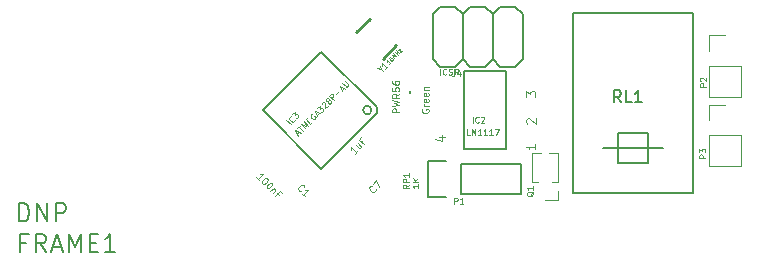
<source format=gbr>
G04 #@! TF.FileFunction,Legend,Top*
%FSLAX46Y46*%
G04 Gerber Fmt 4.6, Leading zero omitted, Abs format (unit mm)*
G04 Created by KiCad (PCBNEW 4.0.2+dfsg1-stable) date 2017年12月22日 星期五 14时14分46秒*
%MOMM*%
G01*
G04 APERTURE LIST*
%ADD10C,0.100000*%
%ADD11C,0.121920*%
%ADD12C,0.152400*%
%ADD13C,0.203200*%
%ADD14C,0.120000*%
%ADD15C,0.220000*%
%ADD16C,0.150000*%
%ADD17C,0.061772*%
%ADD18C,0.046329*%
%ADD19C,0.097536*%
%ADD20C,0.125000*%
%ADD21C,0.027025*%
G04 APERTURE END LIST*
D10*
D11*
X143395368Y-102404230D02*
X143395368Y-101904230D01*
X143919177Y-102356611D02*
X143895367Y-102380421D01*
X143823939Y-102404230D01*
X143776320Y-102404230D01*
X143704891Y-102380421D01*
X143657272Y-102332802D01*
X143633463Y-102285183D01*
X143609653Y-102189945D01*
X143609653Y-102118516D01*
X143633463Y-102023278D01*
X143657272Y-101975659D01*
X143704891Y-101928040D01*
X143776320Y-101904230D01*
X143823939Y-101904230D01*
X143895367Y-101928040D01*
X143919177Y-101951850D01*
X144109653Y-102380421D02*
X144181082Y-102404230D01*
X144300129Y-102404230D01*
X144347748Y-102380421D01*
X144371558Y-102356611D01*
X144395367Y-102308992D01*
X144395367Y-102261373D01*
X144371558Y-102213754D01*
X144347748Y-102189945D01*
X144300129Y-102166135D01*
X144204891Y-102142326D01*
X144157272Y-102118516D01*
X144133463Y-102094707D01*
X144109653Y-102047088D01*
X144109653Y-101999469D01*
X144133463Y-101951850D01*
X144157272Y-101928040D01*
X144204891Y-101904230D01*
X144323939Y-101904230D01*
X144395367Y-101928040D01*
X144609653Y-102404230D02*
X144609653Y-101904230D01*
X144800129Y-101904230D01*
X144847748Y-101928040D01*
X144871557Y-101951850D01*
X144895367Y-101999469D01*
X144895367Y-102070897D01*
X144871557Y-102118516D01*
X144847748Y-102142326D01*
X144800129Y-102166135D01*
X144609653Y-102166135D01*
D12*
X142793720Y-101092000D02*
X143428720Y-101727000D01*
X144698720Y-101727000D02*
X145333720Y-101092000D01*
X145333720Y-101092000D02*
X145968720Y-101727000D01*
X147238720Y-101727000D02*
X147873720Y-101092000D01*
X142793720Y-101092000D02*
X142793720Y-97282000D01*
X142793720Y-97282000D02*
X143428720Y-96647000D01*
X143428720Y-96647000D02*
X144698720Y-96647000D01*
X144698720Y-96647000D02*
X145333720Y-97282000D01*
X145333720Y-97282000D02*
X145968720Y-96647000D01*
X145968720Y-96647000D02*
X147238720Y-96647000D01*
X147238720Y-96647000D02*
X147873720Y-97282000D01*
X145333720Y-97282000D02*
X145333720Y-101092000D01*
X147873720Y-97282000D02*
X147873720Y-101092000D01*
X145968720Y-101727000D02*
X147238720Y-101727000D01*
X143428720Y-101727000D02*
X144698720Y-101727000D01*
X147873720Y-101092000D02*
X148508720Y-101727000D01*
X149778720Y-101727000D02*
X150413720Y-101092000D01*
X147873720Y-97282000D02*
X148508720Y-96647000D01*
X148508720Y-96647000D02*
X149778720Y-96647000D01*
X149778720Y-96647000D02*
X150413720Y-97282000D01*
X150413720Y-97282000D02*
X150413720Y-101092000D01*
X148508720Y-101727000D02*
X149778720Y-101727000D01*
X137588671Y-105410000D02*
G75*
G03X137588671Y-105410000I-359200J0D01*
G01*
X133350000Y-110366819D02*
X128393181Y-105410000D01*
X128393181Y-105410000D02*
X133350000Y-100453181D01*
X133350000Y-100453181D02*
X138055796Y-105158977D01*
X138055796Y-105661023D02*
X133350000Y-110366819D01*
X138055796Y-105661023D02*
X138055796Y-105158977D01*
D13*
X145415000Y-102133400D02*
X148971000Y-102133400D01*
X148971000Y-102133400D02*
X148971000Y-108686600D01*
X148971000Y-108686600D02*
X145415000Y-108686600D01*
X145415000Y-108686600D02*
X145415000Y-102133400D01*
D14*
X166198240Y-104286360D02*
X168858240Y-104286360D01*
X166198240Y-101686360D02*
X166198240Y-104286360D01*
X168858240Y-101686360D02*
X168858240Y-104286360D01*
X166198240Y-101686360D02*
X168858240Y-101686360D01*
X166198240Y-100416360D02*
X166198240Y-99086360D01*
X166198240Y-99086360D02*
X167528240Y-99086360D01*
D15*
X138563885Y-101051696D02*
X139695256Y-99920325D01*
X136301144Y-98788955D02*
X137432515Y-97657584D01*
D10*
G36*
X140743000Y-104013000D02*
X140943000Y-104013000D01*
X140943000Y-103813000D01*
X140743000Y-103813000D01*
X140743000Y-104013000D01*
G37*
D16*
X145161000Y-112522000D02*
X150241000Y-112522000D01*
X150241000Y-112522000D02*
X150241000Y-109982000D01*
X150241000Y-109982000D02*
X145161000Y-109982000D01*
X142341000Y-109702000D02*
X143891000Y-109702000D01*
X145161000Y-109982000D02*
X145161000Y-112522000D01*
X143891000Y-112802000D02*
X142341000Y-112802000D01*
X142341000Y-112802000D02*
X142341000Y-109702000D01*
D14*
X166198240Y-110153760D02*
X168858240Y-110153760D01*
X166198240Y-107553760D02*
X166198240Y-110153760D01*
X168858240Y-107553760D02*
X168858240Y-110153760D01*
X166198240Y-107553760D02*
X168858240Y-107553760D01*
X166198240Y-106283760D02*
X166198240Y-104953760D01*
X166198240Y-104953760D02*
X167528240Y-104953760D01*
X153383000Y-109033000D02*
X152580530Y-109033000D01*
X151965470Y-109033000D02*
X151163000Y-109033000D01*
X153383000Y-111508000D02*
X153383000Y-109033000D01*
X151163000Y-111508000D02*
X151163000Y-109033000D01*
X153383000Y-111508000D02*
X152836471Y-111508000D01*
X151709529Y-111508000D02*
X151163000Y-111508000D01*
X153383000Y-112268000D02*
X153383000Y-113028000D01*
X153383000Y-113028000D02*
X152273000Y-113028000D01*
D16*
X158424880Y-109875320D02*
X158424880Y-107335320D01*
X158424880Y-107335320D02*
X160964880Y-107335320D01*
X160964880Y-107335320D02*
X160964880Y-109875320D01*
X160964880Y-109875320D02*
X158424880Y-109875320D01*
X157154880Y-108605320D02*
X162234880Y-108605320D01*
X154614880Y-112415320D02*
X154614880Y-97175320D01*
X154614880Y-97175320D02*
X164774880Y-97175320D01*
X164774880Y-97175320D02*
X164774880Y-112415320D01*
X164774880Y-112415320D02*
X154614880Y-112415320D01*
D17*
X144630425Y-102015990D02*
X144630425Y-102373133D01*
X144606615Y-102444562D01*
X144558996Y-102492181D01*
X144487568Y-102515990D01*
X144439949Y-102515990D01*
X145082805Y-102182657D02*
X145082805Y-102515990D01*
X144963758Y-101992181D02*
X144844710Y-102349324D01*
X145154234Y-102349324D01*
D18*
D17*
X130745264Y-106619624D02*
X130391711Y-106266071D01*
X131081982Y-106215564D02*
X131081982Y-106249236D01*
X131048310Y-106316579D01*
X131014638Y-106350250D01*
X130947295Y-106383923D01*
X130879951Y-106383923D01*
X130829444Y-106367087D01*
X130745264Y-106316579D01*
X130694757Y-106266071D01*
X130644249Y-106181892D01*
X130627413Y-106131385D01*
X130627413Y-106064041D01*
X130661085Y-105996697D01*
X130694757Y-105963025D01*
X130762100Y-105929354D01*
X130795772Y-105929354D01*
X130879951Y-105777830D02*
X131098817Y-105558965D01*
X131115654Y-105811503D01*
X131166161Y-105760996D01*
X131216668Y-105744159D01*
X131250341Y-105744159D01*
X131300848Y-105760996D01*
X131385027Y-105845175D01*
X131401863Y-105895682D01*
X131401863Y-105929354D01*
X131385027Y-105979862D01*
X131284012Y-106080877D01*
X131233505Y-106097713D01*
X131199833Y-106097712D01*
D18*
X131297972Y-107439685D02*
X131466331Y-107271327D01*
X131365316Y-107574372D02*
X131129613Y-107102967D01*
X131601018Y-107338670D01*
X131314808Y-106917773D02*
X131516838Y-106715743D01*
X131769376Y-107170311D02*
X131415823Y-106816758D01*
X131988243Y-106951445D02*
X131634689Y-106597892D01*
X132005078Y-106732579D01*
X131870391Y-106362190D01*
X132223945Y-106715743D01*
X132207110Y-106362190D02*
X132324961Y-106244339D01*
X132560663Y-106379025D02*
X132392304Y-106547384D01*
X132038751Y-106193830D01*
X132207109Y-106025472D01*
X132560663Y-105705591D02*
X132510155Y-105722426D01*
X132459647Y-105772933D01*
X132425976Y-105840278D01*
X132425976Y-105907621D01*
X132442812Y-105958128D01*
X132493319Y-106042308D01*
X132543827Y-106092816D01*
X132628007Y-106143323D01*
X132678514Y-106160159D01*
X132745857Y-106160159D01*
X132813201Y-106126487D01*
X132846873Y-106092815D01*
X132880544Y-106025472D01*
X132880544Y-105991800D01*
X132762694Y-105873949D01*
X132695350Y-105941293D01*
X132947888Y-105789770D02*
X133116246Y-105621411D01*
X133015231Y-105924456D02*
X132779529Y-105453052D01*
X133250933Y-105688754D01*
X132981559Y-105251021D02*
X133200425Y-105032156D01*
X133217262Y-105284694D01*
X133267769Y-105234187D01*
X133318277Y-105217350D01*
X133351949Y-105217350D01*
X133402456Y-105234187D01*
X133486635Y-105318366D01*
X133503471Y-105368873D01*
X133503471Y-105402545D01*
X133486635Y-105453052D01*
X133385620Y-105554068D01*
X133335113Y-105570904D01*
X133301441Y-105570903D01*
X133368784Y-104931141D02*
X133368784Y-104897469D01*
X133385620Y-104846961D01*
X133469799Y-104762782D01*
X133520307Y-104745946D01*
X133553979Y-104745946D01*
X133604487Y-104762783D01*
X133638158Y-104796454D01*
X133671830Y-104863797D01*
X133671830Y-105267858D01*
X133890696Y-105048992D01*
X133890696Y-104644931D02*
X133840189Y-104661767D01*
X133806517Y-104661767D01*
X133756009Y-104644931D01*
X133739173Y-104628096D01*
X133722338Y-104577588D01*
X133722337Y-104543916D01*
X133739173Y-104493408D01*
X133806516Y-104426065D01*
X133857024Y-104409229D01*
X133890696Y-104409229D01*
X133941204Y-104426065D01*
X133958039Y-104442901D01*
X133974875Y-104493408D01*
X133974875Y-104527081D01*
X133958039Y-104577588D01*
X133890696Y-104644931D01*
X133873860Y-104695439D01*
X133873860Y-104729110D01*
X133890696Y-104779618D01*
X133958039Y-104846962D01*
X134008547Y-104863797D01*
X134042219Y-104863798D01*
X134092726Y-104846962D01*
X134160069Y-104779618D01*
X134176906Y-104729111D01*
X134176906Y-104695438D01*
X134160069Y-104644931D01*
X134092726Y-104577588D01*
X134042219Y-104560752D01*
X134008547Y-104560752D01*
X133958039Y-104577588D01*
X134378936Y-104560752D02*
X134025383Y-104207198D01*
X134160069Y-104072511D01*
X134210577Y-104055676D01*
X134244249Y-104055676D01*
X134294757Y-104072512D01*
X134345264Y-104123019D01*
X134362100Y-104173527D01*
X134362101Y-104207199D01*
X134345264Y-104257706D01*
X134210577Y-104392393D01*
X134597803Y-104072511D02*
X134867176Y-103803138D01*
X135052371Y-103685286D02*
X135220730Y-103516928D01*
X135119715Y-103819973D02*
X134884012Y-103348568D01*
X135355417Y-103584271D01*
X135119715Y-103112866D02*
X135405924Y-103399076D01*
X135456432Y-103415912D01*
X135490104Y-103415912D01*
X135540611Y-103399076D01*
X135607955Y-103331733D01*
X135624791Y-103281226D01*
X135624790Y-103247554D01*
X135607955Y-103197046D01*
X135321745Y-102910836D01*
D17*
X146148563Y-106480550D02*
X146148563Y-105980550D01*
X146672372Y-106432931D02*
X146648562Y-106456741D01*
X146577134Y-106480550D01*
X146529515Y-106480550D01*
X146458086Y-106456741D01*
X146410467Y-106409122D01*
X146386658Y-106361503D01*
X146362848Y-106266265D01*
X146362848Y-106194836D01*
X146386658Y-106099598D01*
X146410467Y-106051979D01*
X146458086Y-106004360D01*
X146529515Y-105980550D01*
X146577134Y-105980550D01*
X146648562Y-106004360D01*
X146672372Y-106028170D01*
X146862848Y-106028170D02*
X146886658Y-106004360D01*
X146934277Y-105980550D01*
X147053324Y-105980550D01*
X147100943Y-106004360D01*
X147124753Y-106028170D01*
X147148562Y-106075789D01*
X147148562Y-106123408D01*
X147124753Y-106194836D01*
X146839039Y-106480550D01*
X147148562Y-106480550D01*
X145893472Y-107516870D02*
X145655377Y-107516870D01*
X145655377Y-107016870D01*
X146060139Y-107516870D02*
X146060139Y-107016870D01*
X146226805Y-107374013D01*
X146393472Y-107016870D01*
X146393472Y-107516870D01*
X146893472Y-107516870D02*
X146607758Y-107516870D01*
X146750615Y-107516870D02*
X146750615Y-107016870D01*
X146702996Y-107088299D01*
X146655377Y-107135918D01*
X146607758Y-107159728D01*
X147369662Y-107516870D02*
X147083948Y-107516870D01*
X147226805Y-107516870D02*
X147226805Y-107016870D01*
X147179186Y-107088299D01*
X147131567Y-107135918D01*
X147083948Y-107159728D01*
X147845852Y-107516870D02*
X147560138Y-107516870D01*
X147702995Y-107516870D02*
X147702995Y-107016870D01*
X147655376Y-107088299D01*
X147607757Y-107135918D01*
X147560138Y-107159728D01*
X148012519Y-107016870D02*
X148345852Y-107016870D01*
X148131566Y-107516870D01*
D19*
X150702070Y-104278891D02*
X150702070Y-103800888D01*
X150996227Y-104058274D01*
X150996227Y-103947966D01*
X151032996Y-103874427D01*
X151069766Y-103837657D01*
X151143305Y-103800888D01*
X151327152Y-103800888D01*
X151400691Y-103837657D01*
X151437461Y-103874427D01*
X151474230Y-103947966D01*
X151474230Y-104168583D01*
X151437461Y-104242122D01*
X151400691Y-104278891D01*
X143283577Y-107668907D02*
X143798350Y-107668907D01*
X142989421Y-107852754D02*
X143540964Y-108036602D01*
X143540964Y-107558598D01*
X151474230Y-108274288D02*
X151474230Y-108715522D01*
X151474230Y-108494905D02*
X150702070Y-108494905D01*
X150812379Y-108568444D01*
X150885918Y-108641983D01*
X150922688Y-108715522D01*
X150785010Y-106553522D02*
X150748240Y-106516752D01*
X150711470Y-106443213D01*
X150711470Y-106259366D01*
X150748240Y-106185827D01*
X150785010Y-106149057D01*
X150858549Y-106112288D01*
X150932088Y-106112288D01*
X151042396Y-106149057D01*
X151483630Y-106590291D01*
X151483630Y-106112288D01*
D20*
X165910390Y-103411767D02*
X165410390Y-103411767D01*
X165410390Y-103221291D01*
X165434200Y-103173672D01*
X165458010Y-103149863D01*
X165505629Y-103126053D01*
X165577057Y-103126053D01*
X165624676Y-103149863D01*
X165648486Y-103173672D01*
X165672295Y-103221291D01*
X165672295Y-103411767D01*
X165458010Y-102935577D02*
X165434200Y-102911767D01*
X165410390Y-102864148D01*
X165410390Y-102745101D01*
X165434200Y-102697482D01*
X165458010Y-102673672D01*
X165505629Y-102649863D01*
X165553248Y-102649863D01*
X165624676Y-102673672D01*
X165910390Y-102959386D01*
X165910390Y-102649863D01*
D18*
X131581040Y-112278000D02*
X131542040Y-112278000D01*
X131464041Y-112239000D01*
X131425041Y-112200000D01*
X131386040Y-112122000D01*
X131386041Y-112044000D01*
X131405541Y-111985500D01*
X131464041Y-111888001D01*
X131522541Y-111829501D01*
X131620040Y-111771001D01*
X131678541Y-111751500D01*
X131756540Y-111751500D01*
X131834541Y-111790501D01*
X131873540Y-111829501D01*
X131912540Y-111907500D01*
X131912540Y-111946500D01*
X131932040Y-112707000D02*
X131698041Y-112473000D01*
X131815040Y-112590000D02*
X132224540Y-112180500D01*
X132127040Y-112200000D01*
X132049040Y-112200000D01*
X131990540Y-112180501D01*
X128078500Y-111332500D02*
X127844501Y-111098501D01*
X127961500Y-111215500D02*
X128371000Y-110806000D01*
X128273501Y-110825500D01*
X128195500Y-110825501D01*
X128137001Y-110806001D01*
X128741500Y-111176500D02*
X128780500Y-111215501D01*
X128800000Y-111274000D01*
X128800000Y-111313000D01*
X128780500Y-111371500D01*
X128722000Y-111469000D01*
X128624500Y-111566500D01*
X128527001Y-111625000D01*
X128468500Y-111644500D01*
X128429500Y-111644500D01*
X128371001Y-111625000D01*
X128332000Y-111586000D01*
X128312500Y-111527500D01*
X128312500Y-111488501D01*
X128332001Y-111430000D01*
X128390501Y-111332501D01*
X128488001Y-111235001D01*
X128585501Y-111176500D01*
X128644001Y-111157000D01*
X128683000Y-111157000D01*
X128741500Y-111176500D01*
X129131500Y-111566500D02*
X129170500Y-111605501D01*
X129190000Y-111664000D01*
X129190000Y-111703000D01*
X129170500Y-111761500D01*
X129112000Y-111859000D01*
X129014500Y-111956500D01*
X128917000Y-112014999D01*
X128858500Y-112034500D01*
X128819500Y-112034500D01*
X128761001Y-112015000D01*
X128722000Y-111976000D01*
X128702500Y-111917500D01*
X128702500Y-111878500D01*
X128722001Y-111820000D01*
X128780500Y-111722501D01*
X128878001Y-111625000D01*
X128975501Y-111566500D01*
X129034000Y-111547000D01*
X129073000Y-111547000D01*
X129131500Y-111566500D01*
X129307000Y-112015000D02*
X129034000Y-112288000D01*
X129268000Y-112054000D02*
X129307000Y-112054000D01*
X129365500Y-112073500D01*
X129424000Y-112132000D01*
X129443500Y-112190500D01*
X129424000Y-112249000D01*
X129209500Y-112463500D01*
X129755500Y-112580500D02*
X129619000Y-112444000D01*
X129404500Y-112658500D02*
X129814000Y-112249000D01*
X130009000Y-112444000D01*
X140748070Y-111731158D02*
X140509975Y-111897825D01*
X140748070Y-112016872D02*
X140248070Y-112016872D01*
X140248070Y-111826396D01*
X140271880Y-111778777D01*
X140295690Y-111754968D01*
X140343309Y-111731158D01*
X140414737Y-111731158D01*
X140462356Y-111754968D01*
X140486166Y-111778777D01*
X140509975Y-111826396D01*
X140509975Y-112016872D01*
X140748070Y-111516872D02*
X140248070Y-111516872D01*
X140248070Y-111326396D01*
X140271880Y-111278777D01*
X140295690Y-111254968D01*
X140343309Y-111231158D01*
X140414737Y-111231158D01*
X140462356Y-111254968D01*
X140486166Y-111278777D01*
X140509975Y-111326396D01*
X140509975Y-111516872D01*
X140748070Y-110754968D02*
X140748070Y-111040682D01*
X140748070Y-110897825D02*
X140248070Y-110897825D01*
X140319499Y-110945444D01*
X140367118Y-110993063D01*
X140390928Y-111040682D01*
X141568110Y-111694838D02*
X141568110Y-111980552D01*
X141568110Y-111837695D02*
X141068110Y-111837695D01*
X141139539Y-111885314D01*
X141187158Y-111932933D01*
X141210968Y-111980552D01*
X141568110Y-111480552D02*
X141068110Y-111480552D01*
X141568110Y-111194838D02*
X141282396Y-111409124D01*
X141068110Y-111194838D02*
X141353825Y-111480552D01*
D17*
X138355688Y-101954162D02*
X138524047Y-102122521D01*
X138052642Y-101886819D02*
X138355688Y-101954162D01*
X138288344Y-101651117D01*
X138944943Y-101701625D02*
X138742913Y-101903655D01*
X138843928Y-101802640D02*
X138490374Y-101449086D01*
X138507211Y-101533266D01*
X138507211Y-101600609D01*
X138490375Y-101651117D01*
D21*
X139200065Y-101340585D02*
X139063565Y-101477085D01*
X139131815Y-101408835D02*
X138892940Y-101169960D01*
X138904315Y-101226835D01*
X138904315Y-101272335D01*
X138892940Y-101306460D01*
X139165939Y-100896961D02*
X139120440Y-100942460D01*
X139109064Y-100976586D01*
X139109065Y-100999336D01*
X139120440Y-101056211D01*
X139154565Y-101113085D01*
X139245565Y-101204085D01*
X139279689Y-101215461D01*
X139302440Y-101215461D01*
X139336564Y-101204085D01*
X139382064Y-101158585D01*
X139393439Y-101124461D01*
X139393439Y-101101711D01*
X139382065Y-101067586D01*
X139325190Y-101010710D01*
X139291065Y-100999336D01*
X139268314Y-100999336D01*
X139234190Y-101010711D01*
X139188690Y-101056211D01*
X139177314Y-101090335D01*
X139177314Y-101113086D01*
X139188690Y-101147210D01*
X139529939Y-101010711D02*
X139291064Y-100771836D01*
X139541314Y-100862836D01*
X139450314Y-100612586D01*
X139689189Y-100851461D01*
X139802938Y-100737711D02*
X139564064Y-100498836D01*
X139677814Y-100612586D02*
X139814314Y-100476087D01*
X139939438Y-100601211D02*
X139700564Y-100362336D01*
X139871189Y-100350961D02*
X139996314Y-100225836D01*
X140030439Y-100510211D01*
X140155563Y-100385086D01*
D18*
X139926423Y-105604491D02*
X139347303Y-105604491D01*
X139347303Y-105383874D01*
X139374880Y-105328720D01*
X139402457Y-105301143D01*
X139457611Y-105273566D01*
X139540343Y-105273566D01*
X139595497Y-105301143D01*
X139623074Y-105328720D01*
X139650651Y-105383874D01*
X139650651Y-105604491D01*
X139347303Y-105080526D02*
X139926423Y-104942640D01*
X139512766Y-104832331D01*
X139926423Y-104722023D01*
X139347303Y-104584137D01*
X139926423Y-104032595D02*
X139650651Y-104225635D01*
X139926423Y-104363520D02*
X139347303Y-104363520D01*
X139347303Y-104142903D01*
X139374880Y-104087749D01*
X139402457Y-104060172D01*
X139457611Y-104032595D01*
X139540343Y-104032595D01*
X139595497Y-104060172D01*
X139623074Y-104087749D01*
X139650651Y-104142903D01*
X139650651Y-104363520D01*
X139347303Y-103508629D02*
X139347303Y-103784400D01*
X139623074Y-103811977D01*
X139595497Y-103784400D01*
X139567920Y-103729246D01*
X139567920Y-103591360D01*
X139595497Y-103536206D01*
X139623074Y-103508629D01*
X139678229Y-103481052D01*
X139816114Y-103481052D01*
X139871269Y-103508629D01*
X139898846Y-103536206D01*
X139926423Y-103591360D01*
X139926423Y-103729246D01*
X139898846Y-103784400D01*
X139871269Y-103811977D01*
X139347303Y-102984663D02*
X139347303Y-103094972D01*
X139374880Y-103150126D01*
X139402457Y-103177703D01*
X139485189Y-103232857D01*
X139595497Y-103260434D01*
X139816114Y-103260434D01*
X139871269Y-103232857D01*
X139898846Y-103205280D01*
X139926423Y-103150126D01*
X139926423Y-103039817D01*
X139898846Y-102984663D01*
X139871269Y-102957086D01*
X139816114Y-102929509D01*
X139678229Y-102929509D01*
X139623074Y-102957086D01*
X139595497Y-102984663D01*
X139567920Y-103039817D01*
X139567920Y-103150126D01*
X139595497Y-103205280D01*
X139623074Y-103232857D01*
X139678229Y-103260434D01*
X141879320Y-105324366D02*
X141851743Y-105379520D01*
X141851743Y-105462251D01*
X141879320Y-105544983D01*
X141934474Y-105600137D01*
X141989629Y-105627714D01*
X142099937Y-105655291D01*
X142182669Y-105655291D01*
X142292977Y-105627714D01*
X142348131Y-105600137D01*
X142403286Y-105544983D01*
X142430863Y-105462251D01*
X142430863Y-105407097D01*
X142403286Y-105324366D01*
X142375709Y-105296789D01*
X142182669Y-105296789D01*
X142182669Y-105407097D01*
X142430863Y-105048594D02*
X142044783Y-105048594D01*
X142155091Y-105048594D02*
X142099937Y-105021017D01*
X142072360Y-104993440D01*
X142044783Y-104938286D01*
X142044783Y-104883131D01*
X142403286Y-104469474D02*
X142430863Y-104524628D01*
X142430863Y-104634937D01*
X142403286Y-104690091D01*
X142348131Y-104717668D01*
X142127514Y-104717668D01*
X142072360Y-104690091D01*
X142044783Y-104634937D01*
X142044783Y-104524628D01*
X142072360Y-104469474D01*
X142127514Y-104441897D01*
X142182669Y-104441897D01*
X142237823Y-104717668D01*
X142403286Y-103973085D02*
X142430863Y-104028239D01*
X142430863Y-104138548D01*
X142403286Y-104193702D01*
X142348131Y-104221279D01*
X142127514Y-104221279D01*
X142072360Y-104193702D01*
X142044783Y-104138548D01*
X142044783Y-104028239D01*
X142072360Y-103973085D01*
X142127514Y-103945508D01*
X142182669Y-103945508D01*
X142237823Y-104221279D01*
X142044783Y-103697313D02*
X142430863Y-103697313D01*
X142099937Y-103697313D02*
X142072360Y-103669736D01*
X142044783Y-103614582D01*
X142044783Y-103531850D01*
X142072360Y-103476696D01*
X142127514Y-103449119D01*
X142430863Y-103449119D01*
X137941000Y-112132001D02*
X137941000Y-112171001D01*
X137902000Y-112249000D01*
X137863000Y-112288000D01*
X137785000Y-112327000D01*
X137707000Y-112327000D01*
X137648500Y-112307500D01*
X137551001Y-112249000D01*
X137492500Y-112190500D01*
X137434001Y-112093000D01*
X137414500Y-112034500D01*
X137414500Y-111956501D01*
X137453501Y-111878500D01*
X137492500Y-111839501D01*
X137570500Y-111800501D01*
X137609500Y-111800501D01*
X137707000Y-111625001D02*
X137980000Y-111352001D01*
X138214000Y-111937001D01*
X136390277Y-108855042D02*
X136156277Y-109089041D01*
X136273277Y-108972042D02*
X135863777Y-108562542D01*
X135883277Y-108660041D01*
X135883278Y-108738042D01*
X135863778Y-108796541D01*
X136468277Y-108231042D02*
X136741277Y-108504042D01*
X136292777Y-108406541D02*
X136507277Y-108621041D01*
X136565777Y-108640541D01*
X136624277Y-108621042D01*
X136682777Y-108562541D01*
X136702277Y-108504042D01*
X136702277Y-108465042D01*
X136858277Y-107958041D02*
X136721777Y-108094541D01*
X136936277Y-108309041D02*
X136526777Y-107899542D01*
X136721777Y-107704542D01*
D16*
X108352771Y-116619383D02*
X107844771Y-116619383D01*
X107844771Y-117417669D02*
X107844771Y-115893669D01*
X108570485Y-115893669D01*
X110021914Y-117417669D02*
X109513914Y-116691954D01*
X109151057Y-117417669D02*
X109151057Y-115893669D01*
X109731629Y-115893669D01*
X109876771Y-115966240D01*
X109949343Y-116038811D01*
X110021914Y-116183954D01*
X110021914Y-116401669D01*
X109949343Y-116546811D01*
X109876771Y-116619383D01*
X109731629Y-116691954D01*
X109151057Y-116691954D01*
X110602486Y-116982240D02*
X111328200Y-116982240D01*
X110457343Y-117417669D02*
X110965343Y-115893669D01*
X111473343Y-117417669D01*
X111981343Y-117417669D02*
X111981343Y-115893669D01*
X112489343Y-116982240D01*
X112997343Y-115893669D01*
X112997343Y-117417669D01*
X113723057Y-116619383D02*
X114231057Y-116619383D01*
X114448771Y-117417669D02*
X113723057Y-117417669D01*
X113723057Y-115893669D01*
X114448771Y-115893669D01*
X115900200Y-117417669D02*
X115029343Y-117417669D01*
X115464771Y-117417669D02*
X115464771Y-115893669D01*
X115319628Y-116111383D01*
X115174486Y-116256526D01*
X115029343Y-116329097D01*
X107743172Y-114837029D02*
X107743172Y-113313029D01*
X108106029Y-113313029D01*
X108323744Y-113385600D01*
X108468886Y-113530743D01*
X108541458Y-113675886D01*
X108614029Y-113966171D01*
X108614029Y-114183886D01*
X108541458Y-114474171D01*
X108468886Y-114619314D01*
X108323744Y-114764457D01*
X108106029Y-114837029D01*
X107743172Y-114837029D01*
X109267172Y-114837029D02*
X109267172Y-113313029D01*
X110138029Y-114837029D01*
X110138029Y-113313029D01*
X110863743Y-114837029D02*
X110863743Y-113313029D01*
X111444315Y-113313029D01*
X111589457Y-113385600D01*
X111662029Y-113458171D01*
X111734600Y-113603314D01*
X111734600Y-113821029D01*
X111662029Y-113966171D01*
X111589457Y-114038743D01*
X111444315Y-114111314D01*
X110863743Y-114111314D01*
D20*
X144593833Y-113327310D02*
X144593833Y-112827310D01*
X144784309Y-112827310D01*
X144831928Y-112851120D01*
X144855737Y-112874930D01*
X144879547Y-112922549D01*
X144879547Y-112993977D01*
X144855737Y-113041596D01*
X144831928Y-113065406D01*
X144784309Y-113089215D01*
X144593833Y-113089215D01*
X145355737Y-113327310D02*
X145070023Y-113327310D01*
X145212880Y-113327310D02*
X145212880Y-112827310D01*
X145165261Y-112898739D01*
X145117642Y-112946358D01*
X145070023Y-112970168D01*
X165854510Y-109446807D02*
X165354510Y-109446807D01*
X165354510Y-109256331D01*
X165378320Y-109208712D01*
X165402130Y-109184903D01*
X165449749Y-109161093D01*
X165521177Y-109161093D01*
X165568796Y-109184903D01*
X165592606Y-109208712D01*
X165616415Y-109256331D01*
X165616415Y-109446807D01*
X165354510Y-108994426D02*
X165354510Y-108684903D01*
X165544987Y-108851569D01*
X165544987Y-108780141D01*
X165568796Y-108732522D01*
X165592606Y-108708712D01*
X165640225Y-108684903D01*
X165759272Y-108684903D01*
X165806891Y-108708712D01*
X165830701Y-108732522D01*
X165854510Y-108780141D01*
X165854510Y-108922998D01*
X165830701Y-108970617D01*
X165806891Y-108994426D01*
X151276810Y-112315619D02*
X151253000Y-112363238D01*
X151205381Y-112410857D01*
X151133952Y-112482286D01*
X151110143Y-112529905D01*
X151110143Y-112577524D01*
X151229190Y-112553714D02*
X151205381Y-112601333D01*
X151157762Y-112648952D01*
X151062524Y-112672762D01*
X150895857Y-112672762D01*
X150800619Y-112648952D01*
X150753000Y-112601333D01*
X150729190Y-112553714D01*
X150729190Y-112458476D01*
X150753000Y-112410857D01*
X150800619Y-112363238D01*
X150895857Y-112339429D01*
X151062524Y-112339429D01*
X151157762Y-112363238D01*
X151205381Y-112410857D01*
X151229190Y-112458476D01*
X151229190Y-112553714D01*
X151229190Y-111863238D02*
X151229190Y-112148952D01*
X151229190Y-112006095D02*
X150729190Y-112006095D01*
X150800619Y-112053714D01*
X150848238Y-112101333D01*
X150872048Y-112148952D01*
D16*
X158711972Y-104744781D02*
X158378638Y-104268590D01*
X158140543Y-104744781D02*
X158140543Y-103744781D01*
X158521496Y-103744781D01*
X158616734Y-103792400D01*
X158664353Y-103840019D01*
X158711972Y-103935257D01*
X158711972Y-104078114D01*
X158664353Y-104173352D01*
X158616734Y-104220971D01*
X158521496Y-104268590D01*
X158140543Y-104268590D01*
X159616734Y-104744781D02*
X159140543Y-104744781D01*
X159140543Y-103744781D01*
X160473877Y-104744781D02*
X159902448Y-104744781D01*
X160188162Y-104744781D02*
X160188162Y-103744781D01*
X160092924Y-103887638D01*
X159997686Y-103982876D01*
X159902448Y-104030495D01*
M02*

</source>
